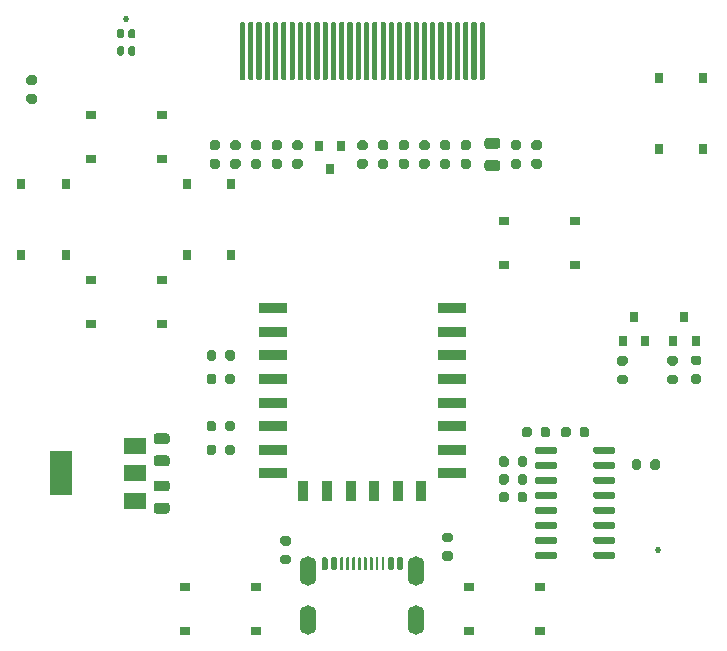
<source format=gbr>
%TF.GenerationSoftware,KiCad,Pcbnew,5.1.9-73d0e3b20d~88~ubuntu20.04.1*%
%TF.CreationDate,2021-04-29T21:08:44+02:00*%
%TF.ProjectId,gamearino,67616d65-6172-4696-9e6f-2e6b69636164,v0.0.1*%
%TF.SameCoordinates,PX5f5e100PY5f5e100*%
%TF.FileFunction,Paste,Top*%
%TF.FilePolarity,Positive*%
%FSLAX46Y46*%
G04 Gerber Fmt 4.6, Leading zero omitted, Abs format (unit mm)*
G04 Created by KiCad (PCBNEW 5.1.9-73d0e3b20d~88~ubuntu20.04.1) date 2021-04-29 21:08:44*
%MOMM*%
%LPD*%
G01*
G04 APERTURE LIST*
%ADD10C,0.520000*%
%ADD11O,1.400000X2.500000*%
%ADD12R,0.740000X0.840000*%
%ADD13R,0.690000X0.940000*%
%ADD14R,0.940000X0.690000*%
%ADD15R,1.940000X1.440000*%
%ADD16R,1.940000X3.740000*%
%ADD17R,2.440000X0.940000*%
%ADD18R,0.940000X1.740000*%
G04 APERTURE END LIST*
%TO.C,R20*%
G36*
G01*
X2241250Y47380000D02*
X1758750Y47380000D01*
G75*
G02*
X1555000Y47583750I0J203750D01*
G01*
X1555000Y47991250D01*
G75*
G02*
X1758750Y48195000I203750J0D01*
G01*
X2241250Y48195000D01*
G75*
G02*
X2445000Y47991250I0J-203750D01*
G01*
X2445000Y47583750D01*
G75*
G02*
X2241250Y47380000I-203750J0D01*
G01*
G37*
G36*
G01*
X2241250Y45805000D02*
X1758750Y45805000D01*
G75*
G02*
X1555000Y46008750I0J203750D01*
G01*
X1555000Y46416250D01*
G75*
G02*
X1758750Y46620000I203750J0D01*
G01*
X2241250Y46620000D01*
G75*
G02*
X2445000Y46416250I0J-203750D01*
G01*
X2445000Y46008750D01*
G75*
G02*
X2241250Y45805000I-203750J0D01*
G01*
G37*
%TD*%
%TO.C,D2*%
G36*
G01*
X9230000Y51477500D02*
X9230000Y51972500D01*
G75*
G02*
X9377500Y52120000I147500J0D01*
G01*
X9672500Y52120000D01*
G75*
G02*
X9820000Y51972500I0J-147500D01*
G01*
X9820000Y51477500D01*
G75*
G02*
X9672500Y51330000I-147500J0D01*
G01*
X9377500Y51330000D01*
G75*
G02*
X9230000Y51477500I0J147500D01*
G01*
G37*
G36*
G01*
X9230000Y50027500D02*
X9230000Y50522500D01*
G75*
G02*
X9377500Y50670000I147500J0D01*
G01*
X9672500Y50670000D01*
G75*
G02*
X9820000Y50522500I0J-147500D01*
G01*
X9820000Y50027500D01*
G75*
G02*
X9672500Y49880000I-147500J0D01*
G01*
X9377500Y49880000D01*
G75*
G02*
X9230000Y50027500I0J147500D01*
G01*
G37*
G36*
G01*
X10180000Y50027500D02*
X10180000Y50522500D01*
G75*
G02*
X10327500Y50670000I147500J0D01*
G01*
X10622500Y50670000D01*
G75*
G02*
X10770000Y50522500I0J-147500D01*
G01*
X10770000Y50027500D01*
G75*
G02*
X10622500Y49880000I-147500J0D01*
G01*
X10327500Y49880000D01*
G75*
G02*
X10180000Y50027500I0J147500D01*
G01*
G37*
G36*
G01*
X10180000Y51477500D02*
X10180000Y51972500D01*
G75*
G02*
X10327500Y52120000I147500J0D01*
G01*
X10622500Y52120000D01*
G75*
G02*
X10770000Y51972500I0J-147500D01*
G01*
X10770000Y51477500D01*
G75*
G02*
X10622500Y51330000I-147500J0D01*
G01*
X10327500Y51330000D01*
G75*
G02*
X10180000Y51477500I0J147500D01*
G01*
G37*
%TD*%
D10*
%TO.C,FID2*%
X55000000Y8000000D03*
%TD*%
%TO.C,FID1*%
X10000000Y53000000D03*
%TD*%
%TO.C,R10*%
G36*
G01*
X37441250Y8680000D02*
X36958750Y8680000D01*
G75*
G02*
X36755000Y8883750I0J203750D01*
G01*
X36755000Y9291250D01*
G75*
G02*
X36958750Y9495000I203750J0D01*
G01*
X37441250Y9495000D01*
G75*
G02*
X37645000Y9291250I0J-203750D01*
G01*
X37645000Y8883750D01*
G75*
G02*
X37441250Y8680000I-203750J0D01*
G01*
G37*
G36*
G01*
X37441250Y7105000D02*
X36958750Y7105000D01*
G75*
G02*
X36755000Y7308750I0J203750D01*
G01*
X36755000Y7716250D01*
G75*
G02*
X36958750Y7920000I203750J0D01*
G01*
X37441250Y7920000D01*
G75*
G02*
X37645000Y7716250I0J-203750D01*
G01*
X37645000Y7308750D01*
G75*
G02*
X37441250Y7105000I-203750J0D01*
G01*
G37*
%TD*%
%TO.C,R9*%
G36*
G01*
X23258750Y7620000D02*
X23741250Y7620000D01*
G75*
G02*
X23945000Y7416250I0J-203750D01*
G01*
X23945000Y7008750D01*
G75*
G02*
X23741250Y6805000I-203750J0D01*
G01*
X23258750Y6805000D01*
G75*
G02*
X23055000Y7008750I0J203750D01*
G01*
X23055000Y7416250D01*
G75*
G02*
X23258750Y7620000I203750J0D01*
G01*
G37*
G36*
G01*
X23258750Y9195000D02*
X23741250Y9195000D01*
G75*
G02*
X23945000Y8991250I0J-203750D01*
G01*
X23945000Y8583750D01*
G75*
G02*
X23741250Y8380000I-203750J0D01*
G01*
X23258750Y8380000D01*
G75*
G02*
X23055000Y8583750I0J203750D01*
G01*
X23055000Y8991250D01*
G75*
G02*
X23258750Y9195000I203750J0D01*
G01*
G37*
%TD*%
%TO.C,X1*%
G36*
G01*
X32940000Y6440000D02*
X32940000Y7280000D01*
G75*
G02*
X33070000Y7410000I130000J0D01*
G01*
X33330000Y7410000D01*
G75*
G02*
X33460000Y7280000I0J-130000D01*
G01*
X33460000Y6440000D01*
G75*
G02*
X33330000Y6310000I-130000J0D01*
G01*
X33070000Y6310000D01*
G75*
G02*
X32940000Y6440000I0J130000D01*
G01*
G37*
G36*
G01*
X32140000Y6440000D02*
X32140000Y7280000D01*
G75*
G02*
X32270000Y7410000I130000J0D01*
G01*
X32530000Y7410000D01*
G75*
G02*
X32660000Y7280000I0J-130000D01*
G01*
X32660000Y6440000D01*
G75*
G02*
X32530000Y6310000I-130000J0D01*
G01*
X32270000Y6310000D01*
G75*
G02*
X32140000Y6440000I0J130000D01*
G01*
G37*
G36*
G01*
X32940000Y6440000D02*
X32940000Y7280000D01*
G75*
G02*
X33070000Y7410000I130000J0D01*
G01*
X33330000Y7410000D01*
G75*
G02*
X33460000Y7280000I0J-130000D01*
G01*
X33460000Y6440000D01*
G75*
G02*
X33330000Y6310000I-130000J0D01*
G01*
X33070000Y6310000D01*
G75*
G02*
X32940000Y6440000I0J130000D01*
G01*
G37*
G36*
G01*
X32140000Y6440000D02*
X32140000Y7280000D01*
G75*
G02*
X32270000Y7410000I130000J0D01*
G01*
X32530000Y7410000D01*
G75*
G02*
X32660000Y7280000I0J-130000D01*
G01*
X32660000Y6440000D01*
G75*
G02*
X32530000Y6310000I-130000J0D01*
G01*
X32270000Y6310000D01*
G75*
G02*
X32140000Y6440000I0J130000D01*
G01*
G37*
G36*
G01*
X26540000Y6440000D02*
X26540000Y7280000D01*
G75*
G02*
X26670000Y7410000I130000J0D01*
G01*
X26930000Y7410000D01*
G75*
G02*
X27060000Y7280000I0J-130000D01*
G01*
X27060000Y6440000D01*
G75*
G02*
X26930000Y6310000I-130000J0D01*
G01*
X26670000Y6310000D01*
G75*
G02*
X26540000Y6440000I0J130000D01*
G01*
G37*
G36*
G01*
X26540000Y6440000D02*
X26540000Y7280000D01*
G75*
G02*
X26670000Y7410000I130000J0D01*
G01*
X26930000Y7410000D01*
G75*
G02*
X27060000Y7280000I0J-130000D01*
G01*
X27060000Y6440000D01*
G75*
G02*
X26930000Y6310000I-130000J0D01*
G01*
X26670000Y6310000D01*
G75*
G02*
X26540000Y6440000I0J130000D01*
G01*
G37*
G36*
G01*
X27340000Y6440000D02*
X27340000Y7280000D01*
G75*
G02*
X27470000Y7410000I130000J0D01*
G01*
X27730000Y7410000D01*
G75*
G02*
X27860000Y7280000I0J-130000D01*
G01*
X27860000Y6440000D01*
G75*
G02*
X27730000Y6310000I-130000J0D01*
G01*
X27470000Y6310000D01*
G75*
G02*
X27340000Y6440000I0J130000D01*
G01*
G37*
G36*
G01*
X27340000Y6440000D02*
X27340000Y7280000D01*
G75*
G02*
X27470000Y7410000I130000J0D01*
G01*
X27730000Y7410000D01*
G75*
G02*
X27860000Y7280000I0J-130000D01*
G01*
X27860000Y6440000D01*
G75*
G02*
X27730000Y6310000I-130000J0D01*
G01*
X27470000Y6310000D01*
G75*
G02*
X27340000Y6440000I0J130000D01*
G01*
G37*
G36*
G01*
X31860000Y7355000D02*
X31860000Y6365000D01*
G75*
G02*
X31805000Y6310000I-55000J0D01*
G01*
X31695000Y6310000D01*
G75*
G02*
X31640000Y6365000I0J55000D01*
G01*
X31640000Y7355000D01*
G75*
G02*
X31695000Y7410000I55000J0D01*
G01*
X31805000Y7410000D01*
G75*
G02*
X31860000Y7355000I0J-55000D01*
G01*
G37*
G36*
G01*
X30860000Y7355000D02*
X30860000Y6365000D01*
G75*
G02*
X30805000Y6310000I-55000J0D01*
G01*
X30695000Y6310000D01*
G75*
G02*
X30640000Y6365000I0J55000D01*
G01*
X30640000Y7355000D01*
G75*
G02*
X30695000Y7410000I55000J0D01*
G01*
X30805000Y7410000D01*
G75*
G02*
X30860000Y7355000I0J-55000D01*
G01*
G37*
G36*
G01*
X31360000Y7355000D02*
X31360000Y6365000D01*
G75*
G02*
X31305000Y6310000I-55000J0D01*
G01*
X31195000Y6310000D01*
G75*
G02*
X31140000Y6365000I0J55000D01*
G01*
X31140000Y7355000D01*
G75*
G02*
X31195000Y7410000I55000J0D01*
G01*
X31305000Y7410000D01*
G75*
G02*
X31360000Y7355000I0J-55000D01*
G01*
G37*
G36*
G01*
X28860000Y7355000D02*
X28860000Y6365000D01*
G75*
G02*
X28805000Y6310000I-55000J0D01*
G01*
X28695000Y6310000D01*
G75*
G02*
X28640000Y6365000I0J55000D01*
G01*
X28640000Y7355000D01*
G75*
G02*
X28695000Y7410000I55000J0D01*
G01*
X28805000Y7410000D01*
G75*
G02*
X28860000Y7355000I0J-55000D01*
G01*
G37*
G36*
G01*
X28360000Y7355000D02*
X28360000Y6365000D01*
G75*
G02*
X28305000Y6310000I-55000J0D01*
G01*
X28195000Y6310000D01*
G75*
G02*
X28140000Y6365000I0J55000D01*
G01*
X28140000Y7355000D01*
G75*
G02*
X28195000Y7410000I55000J0D01*
G01*
X28305000Y7410000D01*
G75*
G02*
X28360000Y7355000I0J-55000D01*
G01*
G37*
G36*
G01*
X30360000Y7355000D02*
X30360000Y6365000D01*
G75*
G02*
X30305000Y6310000I-55000J0D01*
G01*
X30195000Y6310000D01*
G75*
G02*
X30140000Y6365000I0J55000D01*
G01*
X30140000Y7355000D01*
G75*
G02*
X30195000Y7410000I55000J0D01*
G01*
X30305000Y7410000D01*
G75*
G02*
X30360000Y7355000I0J-55000D01*
G01*
G37*
G36*
G01*
X29860000Y7355000D02*
X29860000Y6365000D01*
G75*
G02*
X29805000Y6310000I-55000J0D01*
G01*
X29695000Y6310000D01*
G75*
G02*
X29640000Y6365000I0J55000D01*
G01*
X29640000Y7355000D01*
G75*
G02*
X29695000Y7410000I55000J0D01*
G01*
X29805000Y7410000D01*
G75*
G02*
X29860000Y7355000I0J-55000D01*
G01*
G37*
G36*
G01*
X29360000Y7355000D02*
X29360000Y6365000D01*
G75*
G02*
X29305000Y6310000I-55000J0D01*
G01*
X29195000Y6310000D01*
G75*
G02*
X29140000Y6365000I0J55000D01*
G01*
X29140000Y7355000D01*
G75*
G02*
X29195000Y7410000I55000J0D01*
G01*
X29305000Y7410000D01*
G75*
G02*
X29360000Y7355000I0J-55000D01*
G01*
G37*
D11*
X25430000Y6280000D03*
X25430000Y2100000D03*
X34570000Y2100000D03*
X34570000Y6250000D03*
%TD*%
%TO.C,C12*%
G36*
G01*
X44508750Y41120000D02*
X44991250Y41120000D01*
G75*
G02*
X45195000Y40916250I0J-203750D01*
G01*
X45195000Y40508750D01*
G75*
G02*
X44991250Y40305000I-203750J0D01*
G01*
X44508750Y40305000D01*
G75*
G02*
X44305000Y40508750I0J203750D01*
G01*
X44305000Y40916250D01*
G75*
G02*
X44508750Y41120000I203750J0D01*
G01*
G37*
G36*
G01*
X44508750Y42695000D02*
X44991250Y42695000D01*
G75*
G02*
X45195000Y42491250I0J-203750D01*
G01*
X45195000Y42083750D01*
G75*
G02*
X44991250Y41880000I-203750J0D01*
G01*
X44508750Y41880000D01*
G75*
G02*
X44305000Y42083750I0J203750D01*
G01*
X44305000Y42491250D01*
G75*
G02*
X44508750Y42695000I203750J0D01*
G01*
G37*
%TD*%
%TO.C,C11*%
G36*
G01*
X42758750Y41120000D02*
X43241250Y41120000D01*
G75*
G02*
X43445000Y40916250I0J-203750D01*
G01*
X43445000Y40508750D01*
G75*
G02*
X43241250Y40305000I-203750J0D01*
G01*
X42758750Y40305000D01*
G75*
G02*
X42555000Y40508750I0J203750D01*
G01*
X42555000Y40916250D01*
G75*
G02*
X42758750Y41120000I203750J0D01*
G01*
G37*
G36*
G01*
X42758750Y42695000D02*
X43241250Y42695000D01*
G75*
G02*
X43445000Y42491250I0J-203750D01*
G01*
X43445000Y42083750D01*
G75*
G02*
X43241250Y41880000I-203750J0D01*
G01*
X42758750Y41880000D01*
G75*
G02*
X42555000Y42083750I0J203750D01*
G01*
X42555000Y42491250D01*
G75*
G02*
X42758750Y42695000I203750J0D01*
G01*
G37*
%TD*%
%TO.C,C10*%
G36*
G01*
X40558750Y41020000D02*
X41441250Y41020000D01*
G75*
G02*
X41670000Y40791250I0J-228750D01*
G01*
X41670000Y40333750D01*
G75*
G02*
X41441250Y40105000I-228750J0D01*
G01*
X40558750Y40105000D01*
G75*
G02*
X40330000Y40333750I0J228750D01*
G01*
X40330000Y40791250D01*
G75*
G02*
X40558750Y41020000I228750J0D01*
G01*
G37*
G36*
G01*
X40558750Y42895000D02*
X41441250Y42895000D01*
G75*
G02*
X41670000Y42666250I0J-228750D01*
G01*
X41670000Y42208750D01*
G75*
G02*
X41441250Y41980000I-228750J0D01*
G01*
X40558750Y41980000D01*
G75*
G02*
X40330000Y42208750I0J228750D01*
G01*
X40330000Y42666250D01*
G75*
G02*
X40558750Y42895000I228750J0D01*
G01*
G37*
%TD*%
%TO.C,R8*%
G36*
G01*
X58491250Y23667500D02*
X58008750Y23667500D01*
G75*
G02*
X57805000Y23871250I0J203750D01*
G01*
X57805000Y24278750D01*
G75*
G02*
X58008750Y24482500I203750J0D01*
G01*
X58491250Y24482500D01*
G75*
G02*
X58695000Y24278750I0J-203750D01*
G01*
X58695000Y23871250D01*
G75*
G02*
X58491250Y23667500I-203750J0D01*
G01*
G37*
G36*
G01*
X58491250Y22092500D02*
X58008750Y22092500D01*
G75*
G02*
X57805000Y22296250I0J203750D01*
G01*
X57805000Y22703750D01*
G75*
G02*
X58008750Y22907500I203750J0D01*
G01*
X58491250Y22907500D01*
G75*
G02*
X58695000Y22703750I0J-203750D01*
G01*
X58695000Y22296250D01*
G75*
G02*
X58491250Y22092500I-203750J0D01*
G01*
G37*
%TD*%
%TO.C,R6*%
G36*
G01*
X51758750Y22870000D02*
X52241250Y22870000D01*
G75*
G02*
X52445000Y22666250I0J-203750D01*
G01*
X52445000Y22258750D01*
G75*
G02*
X52241250Y22055000I-203750J0D01*
G01*
X51758750Y22055000D01*
G75*
G02*
X51555000Y22258750I0J203750D01*
G01*
X51555000Y22666250D01*
G75*
G02*
X51758750Y22870000I203750J0D01*
G01*
G37*
G36*
G01*
X51758750Y24445000D02*
X52241250Y24445000D01*
G75*
G02*
X52445000Y24241250I0J-203750D01*
G01*
X52445000Y23833750D01*
G75*
G02*
X52241250Y23630000I-203750J0D01*
G01*
X51758750Y23630000D01*
G75*
G02*
X51555000Y23833750I0J203750D01*
G01*
X51555000Y24241250D01*
G75*
G02*
X51758750Y24445000I203750J0D01*
G01*
G37*
%TD*%
%TO.C,R7*%
G36*
G01*
X56008750Y22870000D02*
X56491250Y22870000D01*
G75*
G02*
X56695000Y22666250I0J-203750D01*
G01*
X56695000Y22258750D01*
G75*
G02*
X56491250Y22055000I-203750J0D01*
G01*
X56008750Y22055000D01*
G75*
G02*
X55805000Y22258750I0J203750D01*
G01*
X55805000Y22666250D01*
G75*
G02*
X56008750Y22870000I203750J0D01*
G01*
G37*
G36*
G01*
X56008750Y24445000D02*
X56491250Y24445000D01*
G75*
G02*
X56695000Y24241250I0J-203750D01*
G01*
X56695000Y23833750D01*
G75*
G02*
X56491250Y23630000I-203750J0D01*
G01*
X56008750Y23630000D01*
G75*
G02*
X55805000Y23833750I0J203750D01*
G01*
X55805000Y24241250D01*
G75*
G02*
X56008750Y24445000I203750J0D01*
G01*
G37*
%TD*%
D12*
%TO.C,Q1*%
X53000000Y27750000D03*
X53950000Y25750000D03*
X52050000Y25750000D03*
%TD*%
%TO.C,Q2*%
X57250000Y27750000D03*
X58200000Y25750000D03*
X56300000Y25750000D03*
%TD*%
%TO.C,U4*%
G36*
G01*
X39930000Y47890000D02*
X39930000Y52610000D01*
G75*
G02*
X40040000Y52720000I110000J0D01*
G01*
X40260000Y52720000D01*
G75*
G02*
X40370000Y52610000I0J-110000D01*
G01*
X40370000Y47890000D01*
G75*
G02*
X40260000Y47780000I-110000J0D01*
G01*
X40040000Y47780000D01*
G75*
G02*
X39930000Y47890000I0J110000D01*
G01*
G37*
G36*
G01*
X39230000Y47890000D02*
X39230000Y52610000D01*
G75*
G02*
X39340000Y52720000I110000J0D01*
G01*
X39560000Y52720000D01*
G75*
G02*
X39670000Y52610000I0J-110000D01*
G01*
X39670000Y47890000D01*
G75*
G02*
X39560000Y47780000I-110000J0D01*
G01*
X39340000Y47780000D01*
G75*
G02*
X39230000Y47890000I0J110000D01*
G01*
G37*
G36*
G01*
X38530000Y47890000D02*
X38530000Y52610000D01*
G75*
G02*
X38640000Y52720000I110000J0D01*
G01*
X38860000Y52720000D01*
G75*
G02*
X38970000Y52610000I0J-110000D01*
G01*
X38970000Y47890000D01*
G75*
G02*
X38860000Y47780000I-110000J0D01*
G01*
X38640000Y47780000D01*
G75*
G02*
X38530000Y47890000I0J110000D01*
G01*
G37*
G36*
G01*
X37830000Y47890000D02*
X37830000Y52610000D01*
G75*
G02*
X37940000Y52720000I110000J0D01*
G01*
X38160000Y52720000D01*
G75*
G02*
X38270000Y52610000I0J-110000D01*
G01*
X38270000Y47890000D01*
G75*
G02*
X38160000Y47780000I-110000J0D01*
G01*
X37940000Y47780000D01*
G75*
G02*
X37830000Y47890000I0J110000D01*
G01*
G37*
G36*
G01*
X37130000Y47890000D02*
X37130000Y52610000D01*
G75*
G02*
X37240000Y52720000I110000J0D01*
G01*
X37460000Y52720000D01*
G75*
G02*
X37570000Y52610000I0J-110000D01*
G01*
X37570000Y47890000D01*
G75*
G02*
X37460000Y47780000I-110000J0D01*
G01*
X37240000Y47780000D01*
G75*
G02*
X37130000Y47890000I0J110000D01*
G01*
G37*
G36*
G01*
X36430000Y47890000D02*
X36430000Y52610000D01*
G75*
G02*
X36540000Y52720000I110000J0D01*
G01*
X36760000Y52720000D01*
G75*
G02*
X36870000Y52610000I0J-110000D01*
G01*
X36870000Y47890000D01*
G75*
G02*
X36760000Y47780000I-110000J0D01*
G01*
X36540000Y47780000D01*
G75*
G02*
X36430000Y47890000I0J110000D01*
G01*
G37*
G36*
G01*
X35730000Y47890000D02*
X35730000Y52610000D01*
G75*
G02*
X35840000Y52720000I110000J0D01*
G01*
X36060000Y52720000D01*
G75*
G02*
X36170000Y52610000I0J-110000D01*
G01*
X36170000Y47890000D01*
G75*
G02*
X36060000Y47780000I-110000J0D01*
G01*
X35840000Y47780000D01*
G75*
G02*
X35730000Y47890000I0J110000D01*
G01*
G37*
G36*
G01*
X35030000Y47890000D02*
X35030000Y52610000D01*
G75*
G02*
X35140000Y52720000I110000J0D01*
G01*
X35360000Y52720000D01*
G75*
G02*
X35470000Y52610000I0J-110000D01*
G01*
X35470000Y47890000D01*
G75*
G02*
X35360000Y47780000I-110000J0D01*
G01*
X35140000Y47780000D01*
G75*
G02*
X35030000Y47890000I0J110000D01*
G01*
G37*
G36*
G01*
X34330000Y47890000D02*
X34330000Y52610000D01*
G75*
G02*
X34440000Y52720000I110000J0D01*
G01*
X34660000Y52720000D01*
G75*
G02*
X34770000Y52610000I0J-110000D01*
G01*
X34770000Y47890000D01*
G75*
G02*
X34660000Y47780000I-110000J0D01*
G01*
X34440000Y47780000D01*
G75*
G02*
X34330000Y47890000I0J110000D01*
G01*
G37*
G36*
G01*
X33630000Y47890000D02*
X33630000Y52610000D01*
G75*
G02*
X33740000Y52720000I110000J0D01*
G01*
X33960000Y52720000D01*
G75*
G02*
X34070000Y52610000I0J-110000D01*
G01*
X34070000Y47890000D01*
G75*
G02*
X33960000Y47780000I-110000J0D01*
G01*
X33740000Y47780000D01*
G75*
G02*
X33630000Y47890000I0J110000D01*
G01*
G37*
G36*
G01*
X32930000Y47890000D02*
X32930000Y52610000D01*
G75*
G02*
X33040000Y52720000I110000J0D01*
G01*
X33260000Y52720000D01*
G75*
G02*
X33370000Y52610000I0J-110000D01*
G01*
X33370000Y47890000D01*
G75*
G02*
X33260000Y47780000I-110000J0D01*
G01*
X33040000Y47780000D01*
G75*
G02*
X32930000Y47890000I0J110000D01*
G01*
G37*
G36*
G01*
X32230000Y47890000D02*
X32230000Y52610000D01*
G75*
G02*
X32340000Y52720000I110000J0D01*
G01*
X32560000Y52720000D01*
G75*
G02*
X32670000Y52610000I0J-110000D01*
G01*
X32670000Y47890000D01*
G75*
G02*
X32560000Y47780000I-110000J0D01*
G01*
X32340000Y47780000D01*
G75*
G02*
X32230000Y47890000I0J110000D01*
G01*
G37*
G36*
G01*
X31530000Y47890000D02*
X31530000Y52610000D01*
G75*
G02*
X31640000Y52720000I110000J0D01*
G01*
X31860000Y52720000D01*
G75*
G02*
X31970000Y52610000I0J-110000D01*
G01*
X31970000Y47890000D01*
G75*
G02*
X31860000Y47780000I-110000J0D01*
G01*
X31640000Y47780000D01*
G75*
G02*
X31530000Y47890000I0J110000D01*
G01*
G37*
G36*
G01*
X30830000Y47890000D02*
X30830000Y52610000D01*
G75*
G02*
X30940000Y52720000I110000J0D01*
G01*
X31160000Y52720000D01*
G75*
G02*
X31270000Y52610000I0J-110000D01*
G01*
X31270000Y47890000D01*
G75*
G02*
X31160000Y47780000I-110000J0D01*
G01*
X30940000Y47780000D01*
G75*
G02*
X30830000Y47890000I0J110000D01*
G01*
G37*
G36*
G01*
X30130000Y47890000D02*
X30130000Y52610000D01*
G75*
G02*
X30240000Y52720000I110000J0D01*
G01*
X30460000Y52720000D01*
G75*
G02*
X30570000Y52610000I0J-110000D01*
G01*
X30570000Y47890000D01*
G75*
G02*
X30460000Y47780000I-110000J0D01*
G01*
X30240000Y47780000D01*
G75*
G02*
X30130000Y47890000I0J110000D01*
G01*
G37*
G36*
G01*
X29430000Y47890000D02*
X29430000Y52610000D01*
G75*
G02*
X29540000Y52720000I110000J0D01*
G01*
X29760000Y52720000D01*
G75*
G02*
X29870000Y52610000I0J-110000D01*
G01*
X29870000Y47890000D01*
G75*
G02*
X29760000Y47780000I-110000J0D01*
G01*
X29540000Y47780000D01*
G75*
G02*
X29430000Y47890000I0J110000D01*
G01*
G37*
G36*
G01*
X28730000Y47890000D02*
X28730000Y52610000D01*
G75*
G02*
X28840000Y52720000I110000J0D01*
G01*
X29060000Y52720000D01*
G75*
G02*
X29170000Y52610000I0J-110000D01*
G01*
X29170000Y47890000D01*
G75*
G02*
X29060000Y47780000I-110000J0D01*
G01*
X28840000Y47780000D01*
G75*
G02*
X28730000Y47890000I0J110000D01*
G01*
G37*
G36*
G01*
X28030000Y47890000D02*
X28030000Y52610000D01*
G75*
G02*
X28140000Y52720000I110000J0D01*
G01*
X28360000Y52720000D01*
G75*
G02*
X28470000Y52610000I0J-110000D01*
G01*
X28470000Y47890000D01*
G75*
G02*
X28360000Y47780000I-110000J0D01*
G01*
X28140000Y47780000D01*
G75*
G02*
X28030000Y47890000I0J110000D01*
G01*
G37*
G36*
G01*
X27330000Y47890000D02*
X27330000Y52610000D01*
G75*
G02*
X27440000Y52720000I110000J0D01*
G01*
X27660000Y52720000D01*
G75*
G02*
X27770000Y52610000I0J-110000D01*
G01*
X27770000Y47890000D01*
G75*
G02*
X27660000Y47780000I-110000J0D01*
G01*
X27440000Y47780000D01*
G75*
G02*
X27330000Y47890000I0J110000D01*
G01*
G37*
G36*
G01*
X26630000Y47890000D02*
X26630000Y52610000D01*
G75*
G02*
X26740000Y52720000I110000J0D01*
G01*
X26960000Y52720000D01*
G75*
G02*
X27070000Y52610000I0J-110000D01*
G01*
X27070000Y47890000D01*
G75*
G02*
X26960000Y47780000I-110000J0D01*
G01*
X26740000Y47780000D01*
G75*
G02*
X26630000Y47890000I0J110000D01*
G01*
G37*
G36*
G01*
X25930000Y47890000D02*
X25930000Y52610000D01*
G75*
G02*
X26040000Y52720000I110000J0D01*
G01*
X26260000Y52720000D01*
G75*
G02*
X26370000Y52610000I0J-110000D01*
G01*
X26370000Y47890000D01*
G75*
G02*
X26260000Y47780000I-110000J0D01*
G01*
X26040000Y47780000D01*
G75*
G02*
X25930000Y47890000I0J110000D01*
G01*
G37*
G36*
G01*
X25230000Y47890000D02*
X25230000Y52610000D01*
G75*
G02*
X25340000Y52720000I110000J0D01*
G01*
X25560000Y52720000D01*
G75*
G02*
X25670000Y52610000I0J-110000D01*
G01*
X25670000Y47890000D01*
G75*
G02*
X25560000Y47780000I-110000J0D01*
G01*
X25340000Y47780000D01*
G75*
G02*
X25230000Y47890000I0J110000D01*
G01*
G37*
G36*
G01*
X24530000Y47890000D02*
X24530000Y52610000D01*
G75*
G02*
X24640000Y52720000I110000J0D01*
G01*
X24860000Y52720000D01*
G75*
G02*
X24970000Y52610000I0J-110000D01*
G01*
X24970000Y47890000D01*
G75*
G02*
X24860000Y47780000I-110000J0D01*
G01*
X24640000Y47780000D01*
G75*
G02*
X24530000Y47890000I0J110000D01*
G01*
G37*
G36*
G01*
X23830000Y47890000D02*
X23830000Y52610000D01*
G75*
G02*
X23940000Y52720000I110000J0D01*
G01*
X24160000Y52720000D01*
G75*
G02*
X24270000Y52610000I0J-110000D01*
G01*
X24270000Y47890000D01*
G75*
G02*
X24160000Y47780000I-110000J0D01*
G01*
X23940000Y47780000D01*
G75*
G02*
X23830000Y47890000I0J110000D01*
G01*
G37*
G36*
G01*
X23130000Y47890000D02*
X23130000Y52610000D01*
G75*
G02*
X23240000Y52720000I110000J0D01*
G01*
X23460000Y52720000D01*
G75*
G02*
X23570000Y52610000I0J-110000D01*
G01*
X23570000Y47890000D01*
G75*
G02*
X23460000Y47780000I-110000J0D01*
G01*
X23240000Y47780000D01*
G75*
G02*
X23130000Y47890000I0J110000D01*
G01*
G37*
G36*
G01*
X22430000Y47890000D02*
X22430000Y52610000D01*
G75*
G02*
X22540000Y52720000I110000J0D01*
G01*
X22760000Y52720000D01*
G75*
G02*
X22870000Y52610000I0J-110000D01*
G01*
X22870000Y47890000D01*
G75*
G02*
X22760000Y47780000I-110000J0D01*
G01*
X22540000Y47780000D01*
G75*
G02*
X22430000Y47890000I0J110000D01*
G01*
G37*
G36*
G01*
X21730000Y47890000D02*
X21730000Y52610000D01*
G75*
G02*
X21840000Y52720000I110000J0D01*
G01*
X22060000Y52720000D01*
G75*
G02*
X22170000Y52610000I0J-110000D01*
G01*
X22170000Y47890000D01*
G75*
G02*
X22060000Y47780000I-110000J0D01*
G01*
X21840000Y47780000D01*
G75*
G02*
X21730000Y47890000I0J110000D01*
G01*
G37*
G36*
G01*
X20330000Y47890000D02*
X20330000Y52610000D01*
G75*
G02*
X20440000Y52720000I110000J0D01*
G01*
X20660000Y52720000D01*
G75*
G02*
X20770000Y52610000I0J-110000D01*
G01*
X20770000Y47890000D01*
G75*
G02*
X20660000Y47780000I-110000J0D01*
G01*
X20440000Y47780000D01*
G75*
G02*
X20330000Y47890000I0J110000D01*
G01*
G37*
G36*
G01*
X21030000Y47890000D02*
X21030000Y52610000D01*
G75*
G02*
X21140000Y52720000I110000J0D01*
G01*
X21360000Y52720000D01*
G75*
G02*
X21470000Y52610000I0J-110000D01*
G01*
X21470000Y47890000D01*
G75*
G02*
X21360000Y47780000I-110000J0D01*
G01*
X21140000Y47780000D01*
G75*
G02*
X21030000Y47890000I0J110000D01*
G01*
G37*
G36*
G01*
X19630000Y47890000D02*
X19630000Y52610000D01*
G75*
G02*
X19740000Y52720000I110000J0D01*
G01*
X19960000Y52720000D01*
G75*
G02*
X20070000Y52610000I0J-110000D01*
G01*
X20070000Y47890000D01*
G75*
G02*
X19960000Y47780000I-110000J0D01*
G01*
X19740000Y47780000D01*
G75*
G02*
X19630000Y47890000I0J110000D01*
G01*
G37*
%TD*%
%TO.C,C3*%
G36*
G01*
X12558750Y16020000D02*
X13441250Y16020000D01*
G75*
G02*
X13670000Y15791250I0J-228750D01*
G01*
X13670000Y15333750D01*
G75*
G02*
X13441250Y15105000I-228750J0D01*
G01*
X12558750Y15105000D01*
G75*
G02*
X12330000Y15333750I0J228750D01*
G01*
X12330000Y15791250D01*
G75*
G02*
X12558750Y16020000I228750J0D01*
G01*
G37*
G36*
G01*
X12558750Y17895000D02*
X13441250Y17895000D01*
G75*
G02*
X13670000Y17666250I0J-228750D01*
G01*
X13670000Y17208750D01*
G75*
G02*
X13441250Y16980000I-228750J0D01*
G01*
X12558750Y16980000D01*
G75*
G02*
X12330000Y17208750I0J228750D01*
G01*
X12330000Y17666250D01*
G75*
G02*
X12558750Y17895000I228750J0D01*
G01*
G37*
%TD*%
D13*
%TO.C,SW8*%
X55125000Y48000000D03*
X58875000Y42000000D03*
X58875000Y48000000D03*
X55125000Y42000000D03*
%TD*%
D14*
%TO.C,SW7*%
X48000000Y35875000D03*
X42000000Y32125000D03*
X48000000Y32125000D03*
X42000000Y35875000D03*
%TD*%
%TO.C,SW6*%
X45000000Y4875000D03*
X39000000Y1125000D03*
X45000000Y1125000D03*
X39000000Y4875000D03*
%TD*%
%TO.C,SW5*%
X21000000Y4875000D03*
X15000000Y1125000D03*
X21000000Y1125000D03*
X15000000Y4875000D03*
%TD*%
D13*
%TO.C,SW4*%
X15125000Y39000000D03*
X18875000Y33000000D03*
X18875000Y39000000D03*
X15125000Y33000000D03*
%TD*%
D14*
%TO.C,SW3*%
X7000000Y27125000D03*
X13000000Y30875000D03*
X7000000Y30875000D03*
X13000000Y27125000D03*
%TD*%
%TO.C,SW2*%
X13000000Y44875000D03*
X7000000Y41125000D03*
X13000000Y41125000D03*
X7000000Y44875000D03*
%TD*%
D13*
%TO.C,SW1*%
X1125000Y39000000D03*
X4875000Y33000000D03*
X4875000Y39000000D03*
X1125000Y33000000D03*
%TD*%
%TO.C,R13*%
G36*
G01*
X43130000Y13758750D02*
X43130000Y14241250D01*
G75*
G02*
X43333750Y14445000I203750J0D01*
G01*
X43741250Y14445000D01*
G75*
G02*
X43945000Y14241250I0J-203750D01*
G01*
X43945000Y13758750D01*
G75*
G02*
X43741250Y13555000I-203750J0D01*
G01*
X43333750Y13555000D01*
G75*
G02*
X43130000Y13758750I0J203750D01*
G01*
G37*
G36*
G01*
X41555000Y13758750D02*
X41555000Y14241250D01*
G75*
G02*
X41758750Y14445000I203750J0D01*
G01*
X42166250Y14445000D01*
G75*
G02*
X42370000Y14241250I0J-203750D01*
G01*
X42370000Y13758750D01*
G75*
G02*
X42166250Y13555000I-203750J0D01*
G01*
X41758750Y13555000D01*
G75*
G02*
X41555000Y13758750I0J203750D01*
G01*
G37*
%TD*%
%TO.C,R12*%
G36*
G01*
X42370000Y15741250D02*
X42370000Y15258750D01*
G75*
G02*
X42166250Y15055000I-203750J0D01*
G01*
X41758750Y15055000D01*
G75*
G02*
X41555000Y15258750I0J203750D01*
G01*
X41555000Y15741250D01*
G75*
G02*
X41758750Y15945000I203750J0D01*
G01*
X42166250Y15945000D01*
G75*
G02*
X42370000Y15741250I0J-203750D01*
G01*
G37*
G36*
G01*
X43945000Y15741250D02*
X43945000Y15258750D01*
G75*
G02*
X43741250Y15055000I-203750J0D01*
G01*
X43333750Y15055000D01*
G75*
G02*
X43130000Y15258750I0J203750D01*
G01*
X43130000Y15741250D01*
G75*
G02*
X43333750Y15945000I203750J0D01*
G01*
X43741250Y15945000D01*
G75*
G02*
X43945000Y15741250I0J-203750D01*
G01*
G37*
%TD*%
%TO.C,R5*%
G36*
G01*
X18380000Y16258750D02*
X18380000Y16741250D01*
G75*
G02*
X18583750Y16945000I203750J0D01*
G01*
X18991250Y16945000D01*
G75*
G02*
X19195000Y16741250I0J-203750D01*
G01*
X19195000Y16258750D01*
G75*
G02*
X18991250Y16055000I-203750J0D01*
G01*
X18583750Y16055000D01*
G75*
G02*
X18380000Y16258750I0J203750D01*
G01*
G37*
G36*
G01*
X16805000Y16258750D02*
X16805000Y16741250D01*
G75*
G02*
X17008750Y16945000I203750J0D01*
G01*
X17416250Y16945000D01*
G75*
G02*
X17620000Y16741250I0J-203750D01*
G01*
X17620000Y16258750D01*
G75*
G02*
X17416250Y16055000I-203750J0D01*
G01*
X17008750Y16055000D01*
G75*
G02*
X16805000Y16258750I0J203750D01*
G01*
G37*
%TD*%
%TO.C,R4*%
G36*
G01*
X18380000Y18258750D02*
X18380000Y18741250D01*
G75*
G02*
X18583750Y18945000I203750J0D01*
G01*
X18991250Y18945000D01*
G75*
G02*
X19195000Y18741250I0J-203750D01*
G01*
X19195000Y18258750D01*
G75*
G02*
X18991250Y18055000I-203750J0D01*
G01*
X18583750Y18055000D01*
G75*
G02*
X18380000Y18258750I0J203750D01*
G01*
G37*
G36*
G01*
X16805000Y18258750D02*
X16805000Y18741250D01*
G75*
G02*
X17008750Y18945000I203750J0D01*
G01*
X17416250Y18945000D01*
G75*
G02*
X17620000Y18741250I0J-203750D01*
G01*
X17620000Y18258750D01*
G75*
G02*
X17416250Y18055000I-203750J0D01*
G01*
X17008750Y18055000D01*
G75*
G02*
X16805000Y18258750I0J203750D01*
G01*
G37*
%TD*%
%TO.C,R3*%
G36*
G01*
X18380000Y22258750D02*
X18380000Y22741250D01*
G75*
G02*
X18583750Y22945000I203750J0D01*
G01*
X18991250Y22945000D01*
G75*
G02*
X19195000Y22741250I0J-203750D01*
G01*
X19195000Y22258750D01*
G75*
G02*
X18991250Y22055000I-203750J0D01*
G01*
X18583750Y22055000D01*
G75*
G02*
X18380000Y22258750I0J203750D01*
G01*
G37*
G36*
G01*
X16805000Y22258750D02*
X16805000Y22741250D01*
G75*
G02*
X17008750Y22945000I203750J0D01*
G01*
X17416250Y22945000D01*
G75*
G02*
X17620000Y22741250I0J-203750D01*
G01*
X17620000Y22258750D01*
G75*
G02*
X17416250Y22055000I-203750J0D01*
G01*
X17008750Y22055000D01*
G75*
G02*
X16805000Y22258750I0J203750D01*
G01*
G37*
%TD*%
%TO.C,R2*%
G36*
G01*
X45080000Y17758750D02*
X45080000Y18241250D01*
G75*
G02*
X45283750Y18445000I203750J0D01*
G01*
X45691250Y18445000D01*
G75*
G02*
X45895000Y18241250I0J-203750D01*
G01*
X45895000Y17758750D01*
G75*
G02*
X45691250Y17555000I-203750J0D01*
G01*
X45283750Y17555000D01*
G75*
G02*
X45080000Y17758750I0J203750D01*
G01*
G37*
G36*
G01*
X43505000Y17758750D02*
X43505000Y18241250D01*
G75*
G02*
X43708750Y18445000I203750J0D01*
G01*
X44116250Y18445000D01*
G75*
G02*
X44320000Y18241250I0J-203750D01*
G01*
X44320000Y17758750D01*
G75*
G02*
X44116250Y17555000I-203750J0D01*
G01*
X43708750Y17555000D01*
G75*
G02*
X43505000Y17758750I0J203750D01*
G01*
G37*
%TD*%
%TO.C,R1*%
G36*
G01*
X18392500Y24258750D02*
X18392500Y24741250D01*
G75*
G02*
X18596250Y24945000I203750J0D01*
G01*
X19003750Y24945000D01*
G75*
G02*
X19207500Y24741250I0J-203750D01*
G01*
X19207500Y24258750D01*
G75*
G02*
X19003750Y24055000I-203750J0D01*
G01*
X18596250Y24055000D01*
G75*
G02*
X18392500Y24258750I0J203750D01*
G01*
G37*
G36*
G01*
X16817500Y24258750D02*
X16817500Y24741250D01*
G75*
G02*
X17021250Y24945000I203750J0D01*
G01*
X17428750Y24945000D01*
G75*
G02*
X17632500Y24741250I0J-203750D01*
G01*
X17632500Y24258750D01*
G75*
G02*
X17428750Y24055000I-203750J0D01*
G01*
X17021250Y24055000D01*
G75*
G02*
X16817500Y24258750I0J203750D01*
G01*
G37*
%TD*%
D15*
%TO.C,U3*%
X10750000Y12200000D03*
X10750000Y16800000D03*
X10750000Y14500000D03*
D16*
X4450000Y14500000D03*
%TD*%
%TO.C,U2*%
G36*
G01*
X49530000Y16310000D02*
X49530000Y16580000D01*
G75*
G02*
X49665000Y16715000I135000J0D01*
G01*
X51285000Y16715000D01*
G75*
G02*
X51420000Y16580000I0J-135000D01*
G01*
X51420000Y16310000D01*
G75*
G02*
X51285000Y16175000I-135000J0D01*
G01*
X49665000Y16175000D01*
G75*
G02*
X49530000Y16310000I0J135000D01*
G01*
G37*
G36*
G01*
X49530000Y15040000D02*
X49530000Y15310000D01*
G75*
G02*
X49665000Y15445000I135000J0D01*
G01*
X51285000Y15445000D01*
G75*
G02*
X51420000Y15310000I0J-135000D01*
G01*
X51420000Y15040000D01*
G75*
G02*
X51285000Y14905000I-135000J0D01*
G01*
X49665000Y14905000D01*
G75*
G02*
X49530000Y15040000I0J135000D01*
G01*
G37*
G36*
G01*
X49530000Y13770000D02*
X49530000Y14040000D01*
G75*
G02*
X49665000Y14175000I135000J0D01*
G01*
X51285000Y14175000D01*
G75*
G02*
X51420000Y14040000I0J-135000D01*
G01*
X51420000Y13770000D01*
G75*
G02*
X51285000Y13635000I-135000J0D01*
G01*
X49665000Y13635000D01*
G75*
G02*
X49530000Y13770000I0J135000D01*
G01*
G37*
G36*
G01*
X49530000Y12500000D02*
X49530000Y12770000D01*
G75*
G02*
X49665000Y12905000I135000J0D01*
G01*
X51285000Y12905000D01*
G75*
G02*
X51420000Y12770000I0J-135000D01*
G01*
X51420000Y12500000D01*
G75*
G02*
X51285000Y12365000I-135000J0D01*
G01*
X49665000Y12365000D01*
G75*
G02*
X49530000Y12500000I0J135000D01*
G01*
G37*
G36*
G01*
X49530000Y11230000D02*
X49530000Y11500000D01*
G75*
G02*
X49665000Y11635000I135000J0D01*
G01*
X51285000Y11635000D01*
G75*
G02*
X51420000Y11500000I0J-135000D01*
G01*
X51420000Y11230000D01*
G75*
G02*
X51285000Y11095000I-135000J0D01*
G01*
X49665000Y11095000D01*
G75*
G02*
X49530000Y11230000I0J135000D01*
G01*
G37*
G36*
G01*
X49530000Y9960000D02*
X49530000Y10230000D01*
G75*
G02*
X49665000Y10365000I135000J0D01*
G01*
X51285000Y10365000D01*
G75*
G02*
X51420000Y10230000I0J-135000D01*
G01*
X51420000Y9960000D01*
G75*
G02*
X51285000Y9825000I-135000J0D01*
G01*
X49665000Y9825000D01*
G75*
G02*
X49530000Y9960000I0J135000D01*
G01*
G37*
G36*
G01*
X49530000Y8690000D02*
X49530000Y8960000D01*
G75*
G02*
X49665000Y9095000I135000J0D01*
G01*
X51285000Y9095000D01*
G75*
G02*
X51420000Y8960000I0J-135000D01*
G01*
X51420000Y8690000D01*
G75*
G02*
X51285000Y8555000I-135000J0D01*
G01*
X49665000Y8555000D01*
G75*
G02*
X49530000Y8690000I0J135000D01*
G01*
G37*
G36*
G01*
X49530000Y7420000D02*
X49530000Y7690000D01*
G75*
G02*
X49665000Y7825000I135000J0D01*
G01*
X51285000Y7825000D01*
G75*
G02*
X51420000Y7690000I0J-135000D01*
G01*
X51420000Y7420000D01*
G75*
G02*
X51285000Y7285000I-135000J0D01*
G01*
X49665000Y7285000D01*
G75*
G02*
X49530000Y7420000I0J135000D01*
G01*
G37*
G36*
G01*
X44580000Y7420000D02*
X44580000Y7690000D01*
G75*
G02*
X44715000Y7825000I135000J0D01*
G01*
X46335000Y7825000D01*
G75*
G02*
X46470000Y7690000I0J-135000D01*
G01*
X46470000Y7420000D01*
G75*
G02*
X46335000Y7285000I-135000J0D01*
G01*
X44715000Y7285000D01*
G75*
G02*
X44580000Y7420000I0J135000D01*
G01*
G37*
G36*
G01*
X44580000Y8690000D02*
X44580000Y8960000D01*
G75*
G02*
X44715000Y9095000I135000J0D01*
G01*
X46335000Y9095000D01*
G75*
G02*
X46470000Y8960000I0J-135000D01*
G01*
X46470000Y8690000D01*
G75*
G02*
X46335000Y8555000I-135000J0D01*
G01*
X44715000Y8555000D01*
G75*
G02*
X44580000Y8690000I0J135000D01*
G01*
G37*
G36*
G01*
X44580000Y9960000D02*
X44580000Y10230000D01*
G75*
G02*
X44715000Y10365000I135000J0D01*
G01*
X46335000Y10365000D01*
G75*
G02*
X46470000Y10230000I0J-135000D01*
G01*
X46470000Y9960000D01*
G75*
G02*
X46335000Y9825000I-135000J0D01*
G01*
X44715000Y9825000D01*
G75*
G02*
X44580000Y9960000I0J135000D01*
G01*
G37*
G36*
G01*
X44580000Y11230000D02*
X44580000Y11500000D01*
G75*
G02*
X44715000Y11635000I135000J0D01*
G01*
X46335000Y11635000D01*
G75*
G02*
X46470000Y11500000I0J-135000D01*
G01*
X46470000Y11230000D01*
G75*
G02*
X46335000Y11095000I-135000J0D01*
G01*
X44715000Y11095000D01*
G75*
G02*
X44580000Y11230000I0J135000D01*
G01*
G37*
G36*
G01*
X44580000Y12500000D02*
X44580000Y12770000D01*
G75*
G02*
X44715000Y12905000I135000J0D01*
G01*
X46335000Y12905000D01*
G75*
G02*
X46470000Y12770000I0J-135000D01*
G01*
X46470000Y12500000D01*
G75*
G02*
X46335000Y12365000I-135000J0D01*
G01*
X44715000Y12365000D01*
G75*
G02*
X44580000Y12500000I0J135000D01*
G01*
G37*
G36*
G01*
X44580000Y13770000D02*
X44580000Y14040000D01*
G75*
G02*
X44715000Y14175000I135000J0D01*
G01*
X46335000Y14175000D01*
G75*
G02*
X46470000Y14040000I0J-135000D01*
G01*
X46470000Y13770000D01*
G75*
G02*
X46335000Y13635000I-135000J0D01*
G01*
X44715000Y13635000D01*
G75*
G02*
X44580000Y13770000I0J135000D01*
G01*
G37*
G36*
G01*
X44580000Y15040000D02*
X44580000Y15310000D01*
G75*
G02*
X44715000Y15445000I135000J0D01*
G01*
X46335000Y15445000D01*
G75*
G02*
X46470000Y15310000I0J-135000D01*
G01*
X46470000Y15040000D01*
G75*
G02*
X46335000Y14905000I-135000J0D01*
G01*
X44715000Y14905000D01*
G75*
G02*
X44580000Y15040000I0J135000D01*
G01*
G37*
G36*
G01*
X44580000Y16310000D02*
X44580000Y16580000D01*
G75*
G02*
X44715000Y16715000I135000J0D01*
G01*
X46335000Y16715000D01*
G75*
G02*
X46470000Y16580000I0J-135000D01*
G01*
X46470000Y16310000D01*
G75*
G02*
X46335000Y16175000I-135000J0D01*
G01*
X44715000Y16175000D01*
G75*
G02*
X44580000Y16310000I0J135000D01*
G01*
G37*
%TD*%
D17*
%TO.C,U1*%
X37600000Y28500000D03*
X37600000Y26500000D03*
X37600000Y24500000D03*
X37600000Y22500000D03*
X37600000Y20500000D03*
X37600000Y18500000D03*
X37600000Y16500000D03*
X37600000Y14500000D03*
D18*
X35000000Y13000000D03*
X33000000Y13000000D03*
X31000000Y13000000D03*
X29000000Y13000000D03*
X27000000Y13000000D03*
X25000000Y13000000D03*
D17*
X22400000Y14500000D03*
X22400000Y16500000D03*
X22400000Y18500000D03*
X22400000Y20500000D03*
X22400000Y22500000D03*
X22400000Y24500000D03*
X22400000Y26500000D03*
X22400000Y28500000D03*
%TD*%
%TO.C,R11*%
G36*
G01*
X54380000Y15008750D02*
X54380000Y15491250D01*
G75*
G02*
X54583750Y15695000I203750J0D01*
G01*
X54991250Y15695000D01*
G75*
G02*
X55195000Y15491250I0J-203750D01*
G01*
X55195000Y15008750D01*
G75*
G02*
X54991250Y14805000I-203750J0D01*
G01*
X54583750Y14805000D01*
G75*
G02*
X54380000Y15008750I0J203750D01*
G01*
G37*
G36*
G01*
X52805000Y15008750D02*
X52805000Y15491250D01*
G75*
G02*
X53008750Y15695000I203750J0D01*
G01*
X53416250Y15695000D01*
G75*
G02*
X53620000Y15491250I0J-203750D01*
G01*
X53620000Y15008750D01*
G75*
G02*
X53416250Y14805000I-203750J0D01*
G01*
X53008750Y14805000D01*
G75*
G02*
X52805000Y15008750I0J203750D01*
G01*
G37*
%TD*%
%TO.C,R18*%
G36*
G01*
X33258750Y41120000D02*
X33741250Y41120000D01*
G75*
G02*
X33945000Y40916250I0J-203750D01*
G01*
X33945000Y40508750D01*
G75*
G02*
X33741250Y40305000I-203750J0D01*
G01*
X33258750Y40305000D01*
G75*
G02*
X33055000Y40508750I0J203750D01*
G01*
X33055000Y40916250D01*
G75*
G02*
X33258750Y41120000I203750J0D01*
G01*
G37*
G36*
G01*
X33258750Y42695000D02*
X33741250Y42695000D01*
G75*
G02*
X33945000Y42491250I0J-203750D01*
G01*
X33945000Y42083750D01*
G75*
G02*
X33741250Y41880000I-203750J0D01*
G01*
X33258750Y41880000D01*
G75*
G02*
X33055000Y42083750I0J203750D01*
G01*
X33055000Y42491250D01*
G75*
G02*
X33258750Y42695000I203750J0D01*
G01*
G37*
%TD*%
%TO.C,R15*%
G36*
G01*
X29758750Y41120000D02*
X30241250Y41120000D01*
G75*
G02*
X30445000Y40916250I0J-203750D01*
G01*
X30445000Y40508750D01*
G75*
G02*
X30241250Y40305000I-203750J0D01*
G01*
X29758750Y40305000D01*
G75*
G02*
X29555000Y40508750I0J203750D01*
G01*
X29555000Y40916250D01*
G75*
G02*
X29758750Y41120000I203750J0D01*
G01*
G37*
G36*
G01*
X29758750Y42695000D02*
X30241250Y42695000D01*
G75*
G02*
X30445000Y42491250I0J-203750D01*
G01*
X30445000Y42083750D01*
G75*
G02*
X30241250Y41880000I-203750J0D01*
G01*
X29758750Y41880000D01*
G75*
G02*
X29555000Y42083750I0J203750D01*
G01*
X29555000Y42491250D01*
G75*
G02*
X29758750Y42695000I203750J0D01*
G01*
G37*
%TD*%
%TO.C,R16*%
G36*
G01*
X36758750Y41120000D02*
X37241250Y41120000D01*
G75*
G02*
X37445000Y40916250I0J-203750D01*
G01*
X37445000Y40508750D01*
G75*
G02*
X37241250Y40305000I-203750J0D01*
G01*
X36758750Y40305000D01*
G75*
G02*
X36555000Y40508750I0J203750D01*
G01*
X36555000Y40916250D01*
G75*
G02*
X36758750Y41120000I203750J0D01*
G01*
G37*
G36*
G01*
X36758750Y42695000D02*
X37241250Y42695000D01*
G75*
G02*
X37445000Y42491250I0J-203750D01*
G01*
X37445000Y42083750D01*
G75*
G02*
X37241250Y41880000I-203750J0D01*
G01*
X36758750Y41880000D01*
G75*
G02*
X36555000Y42083750I0J203750D01*
G01*
X36555000Y42491250D01*
G75*
G02*
X36758750Y42695000I203750J0D01*
G01*
G37*
%TD*%
%TO.C,R14*%
G36*
G01*
X35008750Y41120000D02*
X35491250Y41120000D01*
G75*
G02*
X35695000Y40916250I0J-203750D01*
G01*
X35695000Y40508750D01*
G75*
G02*
X35491250Y40305000I-203750J0D01*
G01*
X35008750Y40305000D01*
G75*
G02*
X34805000Y40508750I0J203750D01*
G01*
X34805000Y40916250D01*
G75*
G02*
X35008750Y41120000I203750J0D01*
G01*
G37*
G36*
G01*
X35008750Y42695000D02*
X35491250Y42695000D01*
G75*
G02*
X35695000Y42491250I0J-203750D01*
G01*
X35695000Y42083750D01*
G75*
G02*
X35491250Y41880000I-203750J0D01*
G01*
X35008750Y41880000D01*
G75*
G02*
X34805000Y42083750I0J203750D01*
G01*
X34805000Y42491250D01*
G75*
G02*
X35008750Y42695000I203750J0D01*
G01*
G37*
%TD*%
%TO.C,R17*%
G36*
G01*
X21241250Y41880000D02*
X20758750Y41880000D01*
G75*
G02*
X20555000Y42083750I0J203750D01*
G01*
X20555000Y42491250D01*
G75*
G02*
X20758750Y42695000I203750J0D01*
G01*
X21241250Y42695000D01*
G75*
G02*
X21445000Y42491250I0J-203750D01*
G01*
X21445000Y42083750D01*
G75*
G02*
X21241250Y41880000I-203750J0D01*
G01*
G37*
G36*
G01*
X21241250Y40305000D02*
X20758750Y40305000D01*
G75*
G02*
X20555000Y40508750I0J203750D01*
G01*
X20555000Y40916250D01*
G75*
G02*
X20758750Y41120000I203750J0D01*
G01*
X21241250Y41120000D01*
G75*
G02*
X21445000Y40916250I0J-203750D01*
G01*
X21445000Y40508750D01*
G75*
G02*
X21241250Y40305000I-203750J0D01*
G01*
G37*
%TD*%
%TO.C,R19*%
G36*
G01*
X38991250Y41880000D02*
X38508750Y41880000D01*
G75*
G02*
X38305000Y42083750I0J203750D01*
G01*
X38305000Y42491250D01*
G75*
G02*
X38508750Y42695000I203750J0D01*
G01*
X38991250Y42695000D01*
G75*
G02*
X39195000Y42491250I0J-203750D01*
G01*
X39195000Y42083750D01*
G75*
G02*
X38991250Y41880000I-203750J0D01*
G01*
G37*
G36*
G01*
X38991250Y40305000D02*
X38508750Y40305000D01*
G75*
G02*
X38305000Y40508750I0J203750D01*
G01*
X38305000Y40916250D01*
G75*
G02*
X38508750Y41120000I203750J0D01*
G01*
X38991250Y41120000D01*
G75*
G02*
X39195000Y40916250I0J-203750D01*
G01*
X39195000Y40508750D01*
G75*
G02*
X38991250Y40305000I-203750J0D01*
G01*
G37*
%TD*%
D12*
%TO.C,D1*%
X27250000Y40250000D03*
X26300000Y42250000D03*
X28200000Y42250000D03*
%TD*%
%TO.C,C4*%
G36*
G01*
X12558750Y12020000D02*
X13441250Y12020000D01*
G75*
G02*
X13670000Y11791250I0J-228750D01*
G01*
X13670000Y11333750D01*
G75*
G02*
X13441250Y11105000I-228750J0D01*
G01*
X12558750Y11105000D01*
G75*
G02*
X12330000Y11333750I0J228750D01*
G01*
X12330000Y11791250D01*
G75*
G02*
X12558750Y12020000I228750J0D01*
G01*
G37*
G36*
G01*
X12558750Y13895000D02*
X13441250Y13895000D01*
G75*
G02*
X13670000Y13666250I0J-228750D01*
G01*
X13670000Y13208750D01*
G75*
G02*
X13441250Y12980000I-228750J0D01*
G01*
X12558750Y12980000D01*
G75*
G02*
X12330000Y13208750I0J228750D01*
G01*
X12330000Y13666250D01*
G75*
G02*
X12558750Y13895000I228750J0D01*
G01*
G37*
%TD*%
%TO.C,C2*%
G36*
G01*
X48380000Y17758750D02*
X48380000Y18241250D01*
G75*
G02*
X48583750Y18445000I203750J0D01*
G01*
X48991250Y18445000D01*
G75*
G02*
X49195000Y18241250I0J-203750D01*
G01*
X49195000Y17758750D01*
G75*
G02*
X48991250Y17555000I-203750J0D01*
G01*
X48583750Y17555000D01*
G75*
G02*
X48380000Y17758750I0J203750D01*
G01*
G37*
G36*
G01*
X46805000Y17758750D02*
X46805000Y18241250D01*
G75*
G02*
X47008750Y18445000I203750J0D01*
G01*
X47416250Y18445000D01*
G75*
G02*
X47620000Y18241250I0J-203750D01*
G01*
X47620000Y17758750D01*
G75*
G02*
X47416250Y17555000I-203750J0D01*
G01*
X47008750Y17555000D01*
G75*
G02*
X46805000Y17758750I0J203750D01*
G01*
G37*
%TD*%
%TO.C,C1*%
G36*
G01*
X42370000Y12741250D02*
X42370000Y12258750D01*
G75*
G02*
X42166250Y12055000I-203750J0D01*
G01*
X41758750Y12055000D01*
G75*
G02*
X41555000Y12258750I0J203750D01*
G01*
X41555000Y12741250D01*
G75*
G02*
X41758750Y12945000I203750J0D01*
G01*
X42166250Y12945000D01*
G75*
G02*
X42370000Y12741250I0J-203750D01*
G01*
G37*
G36*
G01*
X43945000Y12741250D02*
X43945000Y12258750D01*
G75*
G02*
X43741250Y12055000I-203750J0D01*
G01*
X43333750Y12055000D01*
G75*
G02*
X43130000Y12258750I0J203750D01*
G01*
X43130000Y12741250D01*
G75*
G02*
X43333750Y12945000I203750J0D01*
G01*
X43741250Y12945000D01*
G75*
G02*
X43945000Y12741250I0J-203750D01*
G01*
G37*
%TD*%
%TO.C,C5*%
G36*
G01*
X31508750Y41120000D02*
X31991250Y41120000D01*
G75*
G02*
X32195000Y40916250I0J-203750D01*
G01*
X32195000Y40508750D01*
G75*
G02*
X31991250Y40305000I-203750J0D01*
G01*
X31508750Y40305000D01*
G75*
G02*
X31305000Y40508750I0J203750D01*
G01*
X31305000Y40916250D01*
G75*
G02*
X31508750Y41120000I203750J0D01*
G01*
G37*
G36*
G01*
X31508750Y42695000D02*
X31991250Y42695000D01*
G75*
G02*
X32195000Y42491250I0J-203750D01*
G01*
X32195000Y42083750D01*
G75*
G02*
X31991250Y41880000I-203750J0D01*
G01*
X31508750Y41880000D01*
G75*
G02*
X31305000Y42083750I0J203750D01*
G01*
X31305000Y42491250D01*
G75*
G02*
X31508750Y42695000I203750J0D01*
G01*
G37*
%TD*%
%TO.C,C9*%
G36*
G01*
X19491250Y41880000D02*
X19008750Y41880000D01*
G75*
G02*
X18805000Y42083750I0J203750D01*
G01*
X18805000Y42491250D01*
G75*
G02*
X19008750Y42695000I203750J0D01*
G01*
X19491250Y42695000D01*
G75*
G02*
X19695000Y42491250I0J-203750D01*
G01*
X19695000Y42083750D01*
G75*
G02*
X19491250Y41880000I-203750J0D01*
G01*
G37*
G36*
G01*
X19491250Y40305000D02*
X19008750Y40305000D01*
G75*
G02*
X18805000Y40508750I0J203750D01*
G01*
X18805000Y40916250D01*
G75*
G02*
X19008750Y41120000I203750J0D01*
G01*
X19491250Y41120000D01*
G75*
G02*
X19695000Y40916250I0J-203750D01*
G01*
X19695000Y40508750D01*
G75*
G02*
X19491250Y40305000I-203750J0D01*
G01*
G37*
%TD*%
%TO.C,C8*%
G36*
G01*
X17741250Y41880000D02*
X17258750Y41880000D01*
G75*
G02*
X17055000Y42083750I0J203750D01*
G01*
X17055000Y42491250D01*
G75*
G02*
X17258750Y42695000I203750J0D01*
G01*
X17741250Y42695000D01*
G75*
G02*
X17945000Y42491250I0J-203750D01*
G01*
X17945000Y42083750D01*
G75*
G02*
X17741250Y41880000I-203750J0D01*
G01*
G37*
G36*
G01*
X17741250Y40305000D02*
X17258750Y40305000D01*
G75*
G02*
X17055000Y40508750I0J203750D01*
G01*
X17055000Y40916250D01*
G75*
G02*
X17258750Y41120000I203750J0D01*
G01*
X17741250Y41120000D01*
G75*
G02*
X17945000Y40916250I0J-203750D01*
G01*
X17945000Y40508750D01*
G75*
G02*
X17741250Y40305000I-203750J0D01*
G01*
G37*
%TD*%
%TO.C,C6*%
G36*
G01*
X24258750Y41120000D02*
X24741250Y41120000D01*
G75*
G02*
X24945000Y40916250I0J-203750D01*
G01*
X24945000Y40508750D01*
G75*
G02*
X24741250Y40305000I-203750J0D01*
G01*
X24258750Y40305000D01*
G75*
G02*
X24055000Y40508750I0J203750D01*
G01*
X24055000Y40916250D01*
G75*
G02*
X24258750Y41120000I203750J0D01*
G01*
G37*
G36*
G01*
X24258750Y42695000D02*
X24741250Y42695000D01*
G75*
G02*
X24945000Y42491250I0J-203750D01*
G01*
X24945000Y42083750D01*
G75*
G02*
X24741250Y41880000I-203750J0D01*
G01*
X24258750Y41880000D01*
G75*
G02*
X24055000Y42083750I0J203750D01*
G01*
X24055000Y42491250D01*
G75*
G02*
X24258750Y42695000I203750J0D01*
G01*
G37*
%TD*%
%TO.C,C7*%
G36*
G01*
X22508750Y41120000D02*
X22991250Y41120000D01*
G75*
G02*
X23195000Y40916250I0J-203750D01*
G01*
X23195000Y40508750D01*
G75*
G02*
X22991250Y40305000I-203750J0D01*
G01*
X22508750Y40305000D01*
G75*
G02*
X22305000Y40508750I0J203750D01*
G01*
X22305000Y40916250D01*
G75*
G02*
X22508750Y41120000I203750J0D01*
G01*
G37*
G36*
G01*
X22508750Y42695000D02*
X22991250Y42695000D01*
G75*
G02*
X23195000Y42491250I0J-203750D01*
G01*
X23195000Y42083750D01*
G75*
G02*
X22991250Y41880000I-203750J0D01*
G01*
X22508750Y41880000D01*
G75*
G02*
X22305000Y42083750I0J203750D01*
G01*
X22305000Y42491250D01*
G75*
G02*
X22508750Y42695000I203750J0D01*
G01*
G37*
%TD*%
M02*

</source>
